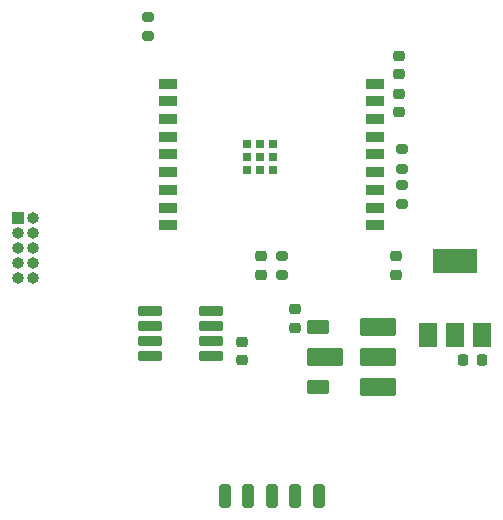
<source format=gbr>
%TF.GenerationSoftware,KiCad,Pcbnew,6.0.11-2627ca5db0~126~ubuntu22.04.1*%
%TF.CreationDate,2023-12-08T19:13:14-08:00*%
%TF.ProjectId,compact-probe,636f6d70-6163-4742-9d70-726f62652e6b,rev?*%
%TF.SameCoordinates,Original*%
%TF.FileFunction,Soldermask,Bot*%
%TF.FilePolarity,Negative*%
%FSLAX46Y46*%
G04 Gerber Fmt 4.6, Leading zero omitted, Abs format (unit mm)*
G04 Created by KiCad (PCBNEW 6.0.11-2627ca5db0~126~ubuntu22.04.1) date 2023-12-08 19:13:14*
%MOMM*%
%LPD*%
G01*
G04 APERTURE LIST*
G04 Aperture macros list*
%AMRoundRect*
0 Rectangle with rounded corners*
0 $1 Rounding radius*
0 $2 $3 $4 $5 $6 $7 $8 $9 X,Y pos of 4 corners*
0 Add a 4 corners polygon primitive as box body*
4,1,4,$2,$3,$4,$5,$6,$7,$8,$9,$2,$3,0*
0 Add four circle primitives for the rounded corners*
1,1,$1+$1,$2,$3*
1,1,$1+$1,$4,$5*
1,1,$1+$1,$6,$7*
1,1,$1+$1,$8,$9*
0 Add four rect primitives between the rounded corners*
20,1,$1+$1,$2,$3,$4,$5,0*
20,1,$1+$1,$4,$5,$6,$7,0*
20,1,$1+$1,$6,$7,$8,$9,0*
20,1,$1+$1,$8,$9,$2,$3,0*%
G04 Aperture macros list end*
%ADD10R,1.000000X1.000000*%
%ADD11O,1.000000X1.000000*%
%ADD12RoundRect,0.225000X-0.250000X0.225000X-0.250000X-0.225000X0.250000X-0.225000X0.250000X0.225000X0*%
%ADD13R,1.500000X2.000000*%
%ADD14R,3.800000X2.000000*%
%ADD15RoundRect,0.225000X0.250000X-0.225000X0.250000X0.225000X-0.250000X0.225000X-0.250000X-0.225000X0*%
%ADD16RoundRect,0.250000X0.250000X0.750000X-0.250000X0.750000X-0.250000X-0.750000X0.250000X-0.750000X0*%
%ADD17RoundRect,0.102000X0.875000X0.295000X-0.875000X0.295000X-0.875000X-0.295000X0.875000X-0.295000X0*%
%ADD18RoundRect,0.200000X0.275000X-0.200000X0.275000X0.200000X-0.275000X0.200000X-0.275000X-0.200000X0*%
%ADD19RoundRect,0.200000X-0.275000X0.200000X-0.275000X-0.200000X0.275000X-0.200000X0.275000X0.200000X0*%
%ADD20R,1.500000X0.900000*%
%ADD21R,0.700000X0.700000*%
%ADD22RoundRect,0.102000X1.435000X0.625000X-1.435000X0.625000X-1.435000X-0.625000X1.435000X-0.625000X0*%
%ADD23RoundRect,0.102000X-0.790000X-0.525000X0.790000X-0.525000X0.790000X0.525000X-0.790000X0.525000X0*%
%ADD24RoundRect,0.102000X-1.435000X-0.625000X1.435000X-0.625000X1.435000X0.625000X-1.435000X0.625000X0*%
%ADD25RoundRect,0.225000X0.225000X0.250000X-0.225000X0.250000X-0.225000X-0.250000X0.225000X-0.250000X0*%
G04 APERTURE END LIST*
D10*
%TO.C,J3*%
X-21500000Y2550000D03*
D11*
X-20230000Y2550000D03*
X-21500000Y1280000D03*
X-20230000Y1280000D03*
X-21500000Y10000D03*
X-20230000Y10000D03*
X-21500000Y-1260000D03*
X-20230000Y-1260000D03*
X-21500000Y-2530000D03*
X-20230000Y-2530000D03*
%TD*%
D12*
%TO.C,C9*%
X-2500000Y-7975000D03*
X-2500000Y-9525000D03*
%TD*%
D13*
%TO.C,U6*%
X17800000Y-7400000D03*
D14*
X15500000Y-1100000D03*
D13*
X15500000Y-7400000D03*
X13200000Y-7400000D03*
%TD*%
D15*
%TO.C,C5*%
X10500000Y-2275000D03*
X10500000Y-725000D03*
%TD*%
D16*
%TO.C,J6*%
X0Y-21000000D03*
%TD*%
D15*
%TO.C,C1*%
X2000000Y-6775000D03*
X2000000Y-5225000D03*
%TD*%
D12*
%TO.C,C6*%
X10750000Y13025000D03*
X10750000Y11475000D03*
%TD*%
D17*
%TO.C,U1*%
X-5165000Y-5345000D03*
X-5165000Y-6615000D03*
X-5165000Y-7885000D03*
X-5165000Y-9155000D03*
X-10335000Y-9155000D03*
X-10335000Y-7885000D03*
X-10335000Y-6615000D03*
X-10335000Y-5345000D03*
%TD*%
D16*
%TO.C,J5*%
X2000000Y-21000000D03*
%TD*%
%TO.C,J4*%
X4000000Y-21000000D03*
%TD*%
%TO.C,J8*%
X-4000000Y-21000000D03*
%TD*%
D18*
%TO.C,R4*%
X11000000Y3675000D03*
X11000000Y5325000D03*
%TD*%
%TO.C,R1*%
X850000Y-2325000D03*
X850000Y-675000D03*
%TD*%
D15*
%TO.C,C7*%
X10750000Y14725000D03*
X10750000Y16275000D03*
%TD*%
D19*
%TO.C,R2*%
X-10500000Y19575000D03*
X-10500000Y17925000D03*
%TD*%
D20*
%TO.C,U4*%
X8750000Y13900000D03*
X8750000Y12400000D03*
X8750000Y10900000D03*
X8750000Y9400000D03*
X8750000Y7900000D03*
X8750000Y6400000D03*
X8750000Y4900000D03*
X8750000Y3400000D03*
X8750000Y1900000D03*
X-8750000Y1900000D03*
X-8750000Y3400000D03*
X-8750000Y4900000D03*
X-8750000Y6400000D03*
X-8750000Y7900000D03*
X-8750000Y9400000D03*
X-8750000Y10900000D03*
X-8750000Y12400000D03*
X-8750000Y13900000D03*
D21*
X140000Y8800000D03*
X-960000Y8800000D03*
X-2060000Y8800000D03*
X140000Y7700000D03*
X-960000Y7700000D03*
X-2060000Y7700000D03*
X140000Y6600000D03*
X-960000Y6600000D03*
X-2060000Y6600000D03*
%TD*%
D16*
%TO.C,J7*%
X-2000000Y-21000000D03*
%TD*%
D19*
%TO.C,R3*%
X11000000Y8325000D03*
X11000000Y6675000D03*
%TD*%
D22*
%TO.C,PS1*%
X8965000Y-6710000D03*
X8965000Y-9250000D03*
X8965000Y-11790000D03*
D23*
X3890000Y-11790000D03*
D24*
X4535000Y-9250000D03*
D23*
X3890000Y-6710000D03*
%TD*%
D12*
%TO.C,C4*%
X-900000Y-725000D03*
X-900000Y-2275000D03*
%TD*%
D25*
%TO.C,C3*%
X17775000Y-9500000D03*
X16225000Y-9500000D03*
%TD*%
M02*

</source>
